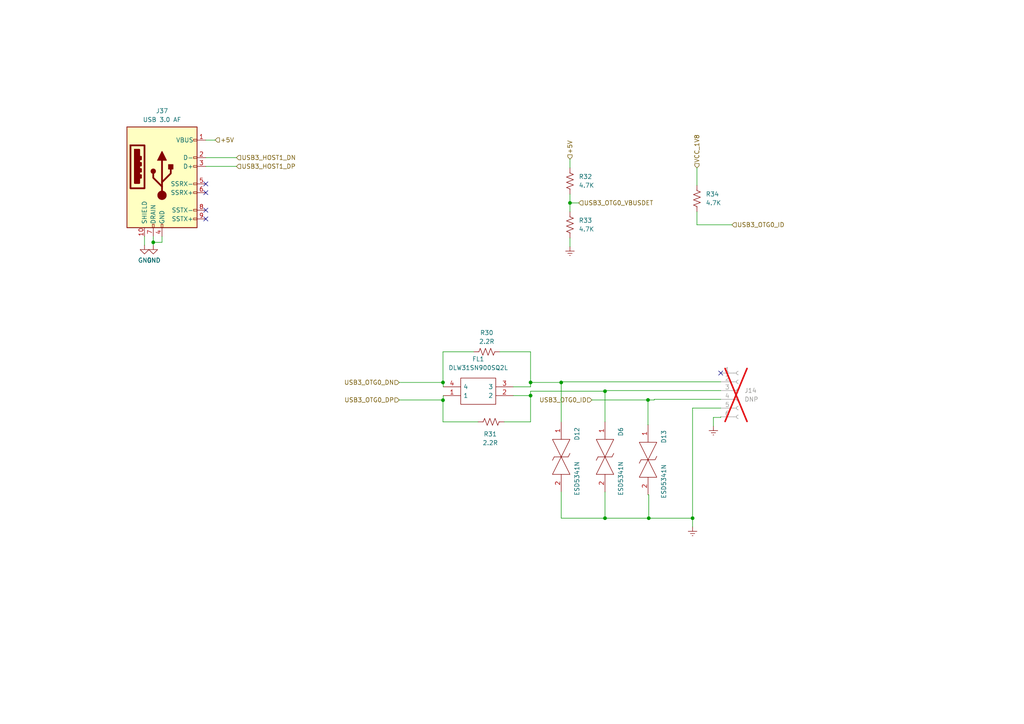
<source format=kicad_sch>
(kicad_sch (version 20231120) (generator "eeschema") (generator_version "8.0")
  (paper "A4")
  (lib_symbols
    (symbol "Connector:Conn_01x06_Socket" (pin_names (offset 1.016) hide)
      (property "Reference" "J" (at 0 7.62 0))
      (property "Value" "Conn_01x06_Socket" (at 0 -10.16 0))
      (symbol "Conn_01x06_Socket_1_1"
        (arc (start 0 -7.112) (mid -0.5058 -7.62) (end 0 -8.128) (stroke (width 0.1524)))
        (arc (start 0 -4.572) (mid -0.5058 -5.08) (end 0 -5.588) (stroke (width 0.1524)))
        (arc (start 0 -2.032) (mid -0.5058 -2.54) (end 0 -3.048) (stroke (width 0.1524)))
        (polyline (pts (xy -1.27 -7.62) (xy -0.508 -7.62)) (stroke (width 0.1524)))
        (polyline (pts (xy -1.27 -5.08) (xy -0.508 -5.08)) (stroke (width 0.1524)))
        (polyline (pts (xy -1.27 -2.54) (xy -0.508 -2.54)) (stroke (width 0.1524)))
        (polyline (pts (xy -1.27 0) (xy -0.508 0)) (stroke (width 0.1524)))
        (polyline (pts (xy -1.27 2.54) (xy -0.508 2.54)) (stroke (width 0.1524)))
        (polyline (pts (xy -1.27 5.08) (xy -0.508 5.08)) (stroke (width 0.1524)))
        (arc (start 0 0.508) (mid -0.5058 0) (end 0 -0.508) (stroke (width 0.1524)))
        (arc (start 0 3.048) (mid -0.5058 2.54) (end 0 2.032) (stroke (width 0.1524)))
        (arc (start 0 5.588) (mid -0.5058 5.08) (end 0 4.572) (stroke (width 0.1524)))
        (pin passive line (at -5.08 5.08 0) (length 3.81) (name "Pin_1") (number "1"))
        (pin passive line (at -5.08 2.54 0) (length 3.81) (name "Pin_2") (number "2"))
        (pin passive line (at -5.08 0 0) (length 3.81) (name "Pin_3") (number "3"))
        (pin passive line (at -5.08 -2.54 0) (length 3.81) (name "Pin_4") (number "4"))
        (pin passive line (at -5.08 -5.08 0) (length 3.81) (name "Pin_5") (number "5"))
        (pin passive line (at -5.08 -7.62 0) (length 3.81) (name "Pin_6") (number "6"))
      )
    )
    (symbol "Connector:USB3_A" (pin_names (offset 1.016))
      (property "Reference" "J" (at -10.16 15.24 0))
      (property "Value" "USB3_A" (at 10.16 15.24 0))
      (symbol "USB3_A_0_0"
        (rectangle (start -9.144 8.636) (end -5.08 -3.81) (stroke (width 0.508)))
        (rectangle (start -7.874 7.366) (end -6.604 -2.286) (stroke (width 0.508)) (fill (type outline)))
        (rectangle (start -6.35 0) (end -6.096 -0.762) (stroke (width 0.508)))
        (rectangle (start -6.35 1.778) (end -6.096 1.016) (stroke (width 0.508)))
        (rectangle (start -6.35 3.556) (end -6.096 2.794) (stroke (width 0.508)))
        (rectangle (start -6.35 5.334) (end -6.096 4.572) (stroke (width 0.508)))
        (rectangle (start -2.794 -15.24) (end -2.286 -14.224))
        (rectangle (start -0.254 -15.24) (end 0.254 -14.224))
        (rectangle (start 10.16 -12.446) (end 9.144 -12.954))
        (rectangle (start 10.16 -9.906) (end 9.144 -10.414))
        (rectangle (start 10.16 -4.826) (end 9.144 -5.334))
        (rectangle (start 10.16 -2.286) (end 9.144 -2.794))
        (rectangle (start 10.16 2.794) (end 9.144 2.286))
        (rectangle (start 10.16 5.334) (end 9.144 4.826))
        (rectangle (start 10.16 10.414) (end 9.144 9.906))
      )
      (symbol "USB3_A_0_1"
        (rectangle (start -10.16 13.97) (end 10.16 -15.24) (stroke (width 0.254)) (fill (type background)))
      )
      (symbol "USB3_A_1_1"
        (circle (center -2.54 1.143) (radius 0.635) (stroke (width 0.254)) (fill (type outline)))
        (circle (center 0 -5.842) (radius 1.27) (fill (type outline)))
        (polyline (pts (xy 0 -5.842) (xy 0 4.318)) (stroke (width 0.508)))
        (polyline (pts (xy 0 -3.302) (xy -2.54 -0.762) (xy -2.54 0.508)) (stroke (width 0.508)))
        (polyline (pts (xy 0 -2.032) (xy 2.54 0.508) (xy 2.54 1.778)) (stroke (width 0.508)))
        (polyline (pts (xy -1.27 4.318) (xy 0 6.858) (xy 1.27 4.318) (xy -1.27 4.318)) (stroke (width 0.254)) (fill (type outline)))
        (rectangle (start 1.905 1.778) (end 3.175 3.048) (stroke (width 0.254)) (fill (type outline)))
        (pin power_in line (at 12.7 10.16 180) (length 2.54) (name "VBUS") (number "1"))
        (pin passive line (at -5.08 -17.78 90) (length 2.54) (name "SHIELD") (number "10"))
        (pin bidirectional line (at 12.7 5.08 180) (length 2.54) (name "D-") (number "2"))
        (pin bidirectional line (at 12.7 2.54 180) (length 2.54) (name "D+") (number "3"))
        (pin power_in line (at 0 -17.78 90) (length 2.54) (name "GND") (number "4"))
        (pin output line (at 12.7 -2.54 180) (length 2.54) (name "SSRX-") (number "5"))
        (pin output line (at 12.7 -5.08 180) (length 2.54) (name "SSRX+") (number "6"))
        (pin passive line (at -2.54 -17.78 90) (length 2.54) (name "DRAIN") (number "7"))
        (pin input line (at 12.7 -10.16 180) (length 2.54) (name "SSTX-") (number "8"))
        (pin input line (at 12.7 -12.7 180) (length 2.54) (name "SSTX+") (number "9"))
      )
    )
    (symbol "DLW31SN900SQ2L:DLW31SN900SQ2L" (pin_names (offset 0.762))
      (property "Reference" "FL" (at 16.51 7.62 0))
      (property "Value" "DLW31SN900SQ2L" (at 16.51 5.08 0))
      (symbol "DLW31SN900SQ2L_0_0"
        (pin passive line (at 0 -2.54 0) (length 5.08) (name "1") (number "1"))
        (pin passive line (at 20.32 -2.54 180) (length 5.08) (name "2") (number "2"))
        (pin passive line (at 20.32 0 180) (length 5.08) (name "3") (number "3"))
        (pin passive line (at 0 0 0) (length 5.08) (name "4") (number "4"))
      )
      (symbol "DLW31SN900SQ2L_0_1"
        (polyline (pts (xy 5.08 2.54) (xy 15.24 2.54) (xy 15.24 -5.08) (xy 5.08 -5.08) (xy 5.08 2.54)) (stroke (width 0.1524)))
      )
    )
    (symbol "Device:R_US" (pin_numbers hide) (pin_names (offset 0))
      (property "Reference" "R" (at 2.54 0 90))
      (property "Value" "R_US" (at -2.54 0 90))
      (symbol "R_US_0_1"
        (polyline (pts (xy 0 -2.286) (xy 0 -2.54)))
        (polyline (pts (xy 0 2.286) (xy 0 2.54)))
        (polyline (pts (xy 0 -0.762) (xy 1.016 -1.143) (xy 0 -1.524) (xy -1.016 -1.905) (xy 0 -2.286)))
        (polyline (pts (xy 0 0.762) (xy 1.016 0.381) (xy 0 0) (xy -1.016 -0.381) (xy 0 -0.762)))
        (polyline (pts (xy 0 2.286) (xy 1.016 1.905) (xy 0 1.524) (xy -1.016 1.143) (xy 0 0.762)))
      )
      (symbol "R_US_1_1"
        (pin passive line (at 0 3.81 270) (length 1.27) (name "~") (number "1"))
        (pin passive line (at 0 -3.81 90) (length 1.27) (name "~") (number "2"))
      )
    )
    (symbol "SP0402B-ULC-01ETG:SP0402B-ULC-01ETG" (pin_names (offset 0.762))
      (property "Reference" "D" (at 12.7 8.89 0))
      (property "Value" "SP0402B-ULC-01ETG" (at 12.7 6.35 0))
      (symbol "SP0402B-ULC-01ETG_0_0"
        (pin passive line (at 0 0 0) (length 5.08) (name "~") (number "1"))
        (pin passive line (at 20.32 0 180) (length 5.08) (name "~") (number "2"))
      )
      (symbol "SP0402B-ULC-01ETG_0_1"
        (polyline (pts (xy 9.144 2.54) (xy 10.16 2.032)) (stroke (width 0.1524)))
        (polyline (pts (xy 10.16 -2.032) (xy 10.16 2.032)) (stroke (width 0.1524)))
        (polyline (pts (xy 10.16 -2.032) (xy 11.176 -2.54)) (stroke (width 0.1524)))
        (polyline (pts (xy 10.16 0) (xy 5.08 -2.54) (xy 5.08 2.54) (xy 10.16 0)) (stroke (width 0.1524)))
        (polyline (pts (xy 10.16 0) (xy 15.24 -2.54) (xy 15.24 2.54) (xy 10.16 0)) (stroke (width 0.1524)))
      )
    )
    (symbol "power:Earth" (power) (pin_names (offset 0))
      (symbol "Earth_0_1"
        (polyline (pts (xy -0.635 -1.905) (xy 0.635 -1.905)))
        (polyline (pts (xy -0.127 -2.54) (xy 0.127 -2.54)))
        (polyline (pts (xy 0 -1.27) (xy 0 0)))
        (polyline (pts (xy 1.27 -1.27) (xy -1.27 -1.27)))
      )
      (symbol "Earth_1_1"
        (pin power_in line (at 0 0 270) (length 0) hide (name "Earth") (number "1"))
      )
    )
    (symbol "power:GND" (power) (pin_names (offset 0))
      (property "Value" "GND" (at 0 -3.81 0))
      (symbol "GND_0_1"
        (polyline (pts (xy 0 0) (xy 0 -1.27) (xy 1.27 -1.27) (xy 0 -2.54) (xy -1.27 -1.27) (xy 0 -1.27)))
      )
      (symbol "GND_1_1"
        (pin power_in line (at 0 0 270) (length 0) hide (name "GND") (number "1"))
      )
    )
  )
  (junction (at 165.3132 58.8557))
  (junction (at 162.7732 110.9257))
  (junction (at 188.1675 150.2957))
  (junction (at 128.4832 110.9257))
  (junction (at 153.8832 114.7367))
  (junction (at 175.4732 150.2957))
  (junction (at 128.4832 116.0685))
  (junction (at 200.8732 150.2957))
  (junction (at 187.9431 116.0057))
  (junction (at 153.8832 110.9257))
  (junction (at 175.4732 113.4657))
  (junction (at 44.45 70.2855))
  (no_connect (at 59.69 53.34))
  (no_connect (at 209.042 108.204))
  (no_connect (at 59.69 63.5))
  (no_connect (at 59.69 60.96))
  (no_connect (at 59.69 55.88))
  (wire (pts (xy 62.406 40.64) (xy 59.69 40.64)))
  (wire (pts (xy 44.45 71.12) (xy 44.45 70.2855)))
  (wire (pts (xy 189.7619 115.824) (xy 209.042 115.824)))
  (wire (pts (xy 68.58 48.26) (xy 59.69 48.26)))
  (wire (pts (xy 202.1432 65.2057) (xy 212.3032 65.2057)))
  (wire (pts (xy 175.4732 150.2957) (xy 188.1675 150.2957)))
  (wire (pts (xy 62.406 40.5978) (xy 62.406 40.64)))
  (wire (pts (xy 153.8832 122.3557) (xy 146.2632 122.3557)))
  (wire (pts (xy 128.5532 112.1967) (xy 128.5532 110.9257)))
  (wire (pts (xy 128.5532 110.9257) (xy 128.4832 110.9257)))
  (wire (pts (xy 187.9431 123.19) (xy 187.96 123.19)))
  (wire (pts (xy 128.5532 116.0685) (xy 128.4832 116.0685)))
  (wire (pts (xy 165.3132 56.3157) (xy 165.3132 58.8557)))
  (wire (pts (xy 68.58 45.72) (xy 59.69 45.72)))
  (wire (pts (xy 128.5532 114.7367) (xy 128.5532 116.0685)))
  (wire (pts (xy 202.1432 48.6957) (xy 202.1432 53.7757)))
  (wire (pts (xy 46.99 68.58) (xy 46.99 70.2855)))
  (wire (pts (xy 162.7732 150.2957) (xy 175.4732 150.2957)))
  (wire (pts (xy 115.7832 116.0057) (xy 128.4832 116.0057)))
  (wire (pts (xy 188.1675 150.2957) (xy 188.1675 143.51)))
  (wire (pts (xy 162.7732 110.744) (xy 162.7732 110.9257)))
  (wire (pts (xy 162.7732 150.2957) (xy 162.7732 142.6757)))
  (wire (pts (xy 206.9135 121.0783) (xy 206.9135 123.6183)))
  (wire (pts (xy 162.7732 110.744) (xy 209.042 110.744)))
  (wire (pts (xy 175.4732 113.4657) (xy 175.4732 122.3557)))
  (wire (pts (xy 175.4732 113.4657) (xy 153.8832 113.4657)))
  (wire (pts (xy 153.8832 114.7367) (xy 153.8832 122.3557)))
  (wire (pts (xy 138.6432 122.3557) (xy 128.4832 122.3557)))
  (wire (pts (xy 128.4832 122.3557) (xy 128.4832 116.0685)))
  (wire (pts (xy 202.1432 61.3957) (xy 202.1432 65.2057)))
  (wire (pts (xy 137.3732 102.0357) (xy 128.4832 102.0357)))
  (wire (pts (xy 209.042 113.284) (xy 175.4732 113.284)))
  (wire (pts (xy 128.4832 102.0357) (xy 128.4832 110.9257)))
  (wire (pts (xy 162.7732 110.9257) (xy 162.7732 122.3557)))
  (wire (pts (xy 165.3132 69.0157) (xy 165.3132 71.5557)))
  (wire (pts (xy 128.4832 116.0685) (xy 128.4832 116.0057)))
  (wire (pts (xy 188.1675 143.51) (xy 187.96 143.51)))
  (wire (pts (xy 148.8732 112.1967) (xy 153.8832 112.1967)))
  (wire (pts (xy 209.042 121.0783) (xy 209.042 120.904)))
  (wire (pts (xy 46.99 70.2855) (xy 44.45 70.2855)))
  (wire (pts (xy 200.8732 150.2957) (xy 200.8732 152.8357)))
  (wire (pts (xy 187.9431 116.0057) (xy 187.9431 123.19)))
  (wire (pts (xy 189.7619 116.0057) (xy 187.9431 116.0057)))
  (wire (pts (xy 175.4732 113.284) (xy 175.4732 113.4657)))
  (wire (pts (xy 144.9932 102.0357) (xy 153.8832 102.0357)))
  (wire (pts (xy 188.1675 150.2957) (xy 200.8732 150.2957)))
  (wire (pts (xy 165.3132 58.8557) (xy 165.3132 61.3957)))
  (wire (pts (xy 200.8732 118.364) (xy 200.8732 150.2957)))
  (wire (pts (xy 175.4732 150.2957) (xy 175.4732 142.6757)))
  (wire (pts (xy 167.8532 58.8557) (xy 165.3132 58.8557)))
  (wire (pts (xy 171.6632 116.0057) (xy 187.9431 116.0057)))
  (wire (pts (xy 148.8732 114.7367) (xy 153.8832 114.7367)))
  (wire (pts (xy 206.9135 121.0783) (xy 209.042 121.0783)))
  (wire (pts (xy 153.8832 112.1967) (xy 153.8832 110.9257)))
  (wire (pts (xy 153.8832 102.0357) (xy 153.8832 110.9257)))
  (wire (pts (xy 153.8832 113.4657) (xy 153.8832 114.7367)))
  (wire (pts (xy 44.45 70.2855) (xy 44.45 68.58)))
  (wire (pts (xy 153.8832 110.9257) (xy 162.7732 110.9257)))
  (wire (pts (xy 189.7619 115.824) (xy 189.7619 116.0057)))
  (wire (pts (xy 209.042 118.364) (xy 200.8732 118.364)))
  (wire (pts (xy 115.7832 110.9257) (xy 128.4832 110.9257)))
  (wire (pts (xy 41.91 71.12) (xy 41.91 68.58)))
  (wire (pts (xy 165.3132 46.1557) (xy 165.3132 48.6957)))
  (hierarchical_label "VCC_1V8" (shape input) (at 202.1432 48.6957 90))
  (hierarchical_label "USB3_OTG0_ID" (shape input) (at 212.3032 65.2057 0))
  (hierarchical_label "USB3_HOST1_DP" (shape input) (at 68.58 48.26 0))
  (hierarchical_label "USB3_HOST1_DN" (shape input) (at 68.58 45.72 0))
  (hierarchical_label "+5V" (shape input) (at 165.3132 46.1557 90))
  (hierarchical_label "USB3_OTG0_ID" (shape input) (at 171.6632 116.0057 180))
  (hierarchical_label "USB3_OTG0_DP" (shape input) (at 115.7832 116.0057 180))
  (hierarchical_label "USB3_OTG0_VBUSDET" (shape input) (at 167.8532 58.8557 0))
  (hierarchical_label "+5V" (shape input) (at 62.406 40.5978 0))
  (hierarchical_label "USB3_OTG0_DN" (shape input) (at 115.7832 110.9257 180))
  (symbol (lib_id "SP0402B-ULC-01ETG:SP0402B-ULC-01ETG") (at 175.4732 122.3557 270) (unit 1)
    (property "Reference" "D6" (at 180.0452 123.8797 0) (effects (justify left)))
    (property "Value" "ESD5341N" (at 180.0452 133.7857 0) (effects (justify left)))
    (property "Footprint" "ESD5341N:ESD5341N" (effects (hide yes)))
    (property "Datasheet" "https://www.mouser.com/datasheet/2/240/Littelfuse_TVS_Diode_Array_Ultra_Low_Capacitance_D-1021420.pdf" (effects (hide yes)))
    (property "Description" "ESD Suppressors / TVS Diodes 5V .13pF 20kV" (effects (hide yes)))
    (property "Manufacturer_Name" "LITTELFUSE" (effects (hide yes)))
    (property "Manufacturer_Part_Number" "SP0402B-ULC-01ETG" (effects (hide yes)))
    (property "Mouser Part Number" "576-SP0402BULC-01ETG" (effects (hide yes)))
    (property "Mouser Price/Stock" "https://www.mouser.co.uk/ProductDetail/Littelfuse/SP0402B-ULC-01ETG?qs=lM4gFlnEeENx4cnTNlk34g%3D%3D" (effects (hide yes)))
    (property "Arrow Part Number" "SP0402B-ULC-01ETG" (effects (hide yes)))
    (property "Arrow Price/Stock" "https://www.arrow.com/en/products/sp0402b-ulc-01etg/littelfuse?region=nac" (effects (hide yes)))
    (property "MPN" "ESD5341N" (effects (hide yes)))
  )
  (symbol (lib_id "power:Earth") (at 200.8732 152.8357 0) (unit 1)
    (property "Reference" "#PWR073" (effects (hide yes)))
    (property "Value" "Earth" (effects (hide yes)))
    (property "Description" "Power symbol creates a global label with name \"Earth\"" (effects (hide yes)))
  )
  (symbol (lib_id "Connector:Conn_01x06_Socket") (at 214.122 113.284 0) (unit 1) (dnp yes)
    (property "Reference" "J14" (at 215.9 113.2839 0) (effects (justify left)))
    (property "Value" "DNP" (at 215.9 115.8239 0) (effects (justify left)))
    (property "Footprint" "Connector_PinSocket_2.00mm:PinSocket_1x06_P2.00mm_Vertical" (effects (hide yes)))
    (property "Description" "Generic connector, single row, 01x06, script generated" (effects (hide yes)))
  )
  (symbol (lib_id "SP0402B-ULC-01ETG:SP0402B-ULC-01ETG") (at 187.96 123.19 270) (unit 1)
    (property "Reference" "D13" (at 192.532 124.714 0) (effects (justify left)))
    (property "Value" "ESD5341N" (at 192.532 134.62 0) (effects (justify left)))
    (property "Footprint" "ESD5341N:ESD5341N" (effects (hide yes)))
    (property "Datasheet" "https://www.mouser.com/datasheet/2/240/Littelfuse_TVS_Diode_Array_Ultra_Low_Capacitance_D-1021420.pdf" (effects (hide yes)))
    (property "Description" "ESD Suppressors / TVS Diodes 5V .13pF 20kV" (effects (hide yes)))
    (property "Manufacturer_Name" "LITTELFUSE" (effects (hide yes)))
    (property "Manufacturer_Part_Number" "SP0402B-ULC-01ETG" (effects (hide yes)))
    (property "Mouser Part Number" "576-SP0402BULC-01ETG" (effects (hide yes)))
    (property "Mouser Price/Stock" "https://www.mouser.co.uk/ProductDetail/Littelfuse/SP0402B-ULC-01ETG?qs=lM4gFlnEeENx4cnTNlk34g%3D%3D" (effects (hide yes)))
    (property "Arrow Part Number" "SP0402B-ULC-01ETG" (effects (hide yes)))
    (property "Arrow Price/Stock" "https://www.arrow.com/en/products/sp0402b-ulc-01etg/littelfuse?region=nac" (effects (hide yes)))
    (property "MPN" "ESD5341N" (effects (hide yes)))
  )
  (symbol (lib_id "power:GND") (at 41.91 71.12 0) (unit 1)
    (property "Reference" "#PWR0144" (effects (hide yes)))
    (property "Value" "GND" (at 42.037 75.5142 0))
  )
  (symbol (lib_id "power:GND") (at 44.45 71.12 0) (unit 1)
    (property "Reference" "#PWR0223" (effects (hide yes)))
    (property "Value" "GND" (at 44.577 75.5142 0))
  )
  (symbol (lib_id "Device:R_US") (at 142.4532 122.3557 90) (unit 1)
    (property "Reference" "R31" (at 142.1992 125.9117 90))
    (property "Value" "2.2R" (at 142.1992 128.4517 90))
    (property "Footprint" "Resistor_SMD:R_0402_1005Metric" (effects (hide yes)))
    (property "Description" "Resistor, US symbol" (effects (hide yes)))
  )
  (symbol (lib_id "Device:R_US") (at 202.1432 57.5857 0) (unit 1)
    (property "Reference" "R34" (at 204.6832 56.3156 0) (effects (justify left)))
    (property "Value" "4.7K" (at 204.6832 58.8556 0) (effects (justify left)))
    (property "Footprint" "Resistor_SMD:R_0603_1608Metric" (effects (hide yes)))
    (property "Description" "Resistor, US symbol" (effects (hide yes)))
  )
  (symbol (lib_id "Device:R_US") (at 165.3132 65.2057 0) (unit 1)
    (property "Reference" "R33" (at 167.8532 63.9356 0) (effects (justify left)))
    (property "Value" "4.7K" (at 167.8532 66.4756 0) (effects (justify left)))
    (property "Footprint" "Resistor_SMD:R_0603_1608Metric" (effects (hide yes)))
    (property "Description" "Resistor, US symbol" (effects (hide yes)))
  )
  (symbol (lib_id "Connector:USB3_A") (at 46.99 50.8 0) (unit 1)
    (property "Reference" "J37" (at 46.99 32.1733 0))
    (property "Value" "USB 3.0 AF" (at 46.99 34.7133 0))
    (property "Footprint" "footprint:CP-USB-3015" (effects (hide yes)))
    (property "Description" "USB 3.0 A connector" (effects (hide yes)))
  )
  (symbol (lib_id "DLW31SN900SQ2L:DLW31SN900SQ2L") (at 128.5532 112.1967 0) (unit 1)
    (property "Reference" "FL1" (at 138.7132 104.14 0))
    (property "Value" "DLW31SN900SQ2L" (at 138.7132 106.68 0))
    (property "Footprint" "DLW31SN900SQ2L:DLW31SH222SQ2L" (effects (hide yes)))
    (property "Datasheet" "https://www.murata.com/en-us/products/productdetail?partno=DLW31SN900SQ2%23" (effects (hide yes)))
    (property "Description" "Common mode choke SMD 1206 370mA 90R Murata DLW31S Series Wire-wound SMD Inductor +/-25% Wire-Wound 370mA Idc" (effects (hide yes)))
    (property "Height" "2.1" (effects (hide yes)))
    (property "Manufacturer_Name" "Murata Electronics" (effects (hide yes)))
    (property "Manufacturer_Part_Number" "DLW31SN900SQ2L" (effects (hide yes)))
    (property "Mouser Part Number" "81-DLW31SN900SQ2L" (effects (hide yes)))
    (property "Mouser Price/Stock" "https://www.mouser.co.uk/ProductDetail/Murata-Electronics/DLW31SN900SQ2L?qs=MvDi5e8ZjmVQKH%2F%2FPPGwmg%3D%3D" (effects (hide yes)))
    (property "Arrow Part Number" "DLW31SN900SQ2L" (effects (hide yes)))
    (property "Arrow Price/Stock" "https://www.arrow.com/en/products/dlw31sn900sq2l/murata-manufacturing?region=nac" (effects (hide yes)))
    (property "MPN" "DLW31SN900SQ2L" (effects (hide yes)))
  )
  (symbol (lib_id "power:Earth") (at 206.9135 123.6183 0) (unit 1)
    (property "Reference" "#PWR075" (effects (hide yes)))
    (property "Value" "Earth" (effects (hide yes)))
    (property "Description" "Power symbol creates a global label with name \"Earth\"" (effects (hide yes)))
  )
  (symbol (lib_id "SP0402B-ULC-01ETG:SP0402B-ULC-01ETG") (at 162.7732 122.3557 270) (unit 1)
    (property "Reference" "D12" (at 167.3452 123.8797 0) (effects (justify left)))
    (property "Value" "ESD5341N" (at 167.3452 133.7857 0) (effects (justify left)))
    (property "Footprint" "ESD5341N:ESD5341N" (effects (hide yes)))
    (property "Datasheet" "https://www.mouser.com/datasheet/2/240/Littelfuse_TVS_Diode_Array_Ultra_Low_Capacitance_D-1021420.pdf" (effects (hide yes)))
    (property "Description" "ESD Suppressors / TVS Diodes 5V .13pF 20kV" (effects (hide yes)))
    (property "Manufacturer_Name" "LITTELFUSE" (effects (hide yes)))
    (property "Manufacturer_Part_Number" "SP0402B-ULC-01ETG" (effects (hide yes)))
    (property "Mouser Part Number" "576-SP0402BULC-01ETG" (effects (hide yes)))
    (property "Mouser Price/Stock" "https://www.mouser.co.uk/ProductDetail/Littelfuse/SP0402B-ULC-01ETG?qs=lM4gFlnEeENx4cnTNlk34g%3D%3D" (effects (hide yes)))
    (property "Arrow Part Number" "SP0402B-ULC-01ETG" (effects (hide yes)))
    (property "Arrow Price/Stock" "https://www.arrow.com/en/products/sp0402b-ulc-01etg/littelfuse?region=nac" (effects (hide yes)))
    (property "MPN" "ESD5341N" (effects (hide yes)))
  )
  (symbol (lib_id "power:Earth") (at 165.3132 71.5557 0) (unit 1)
    (property "Reference" "#PWR072" (effects (hide yes)))
    (property "Value" "Earth" (effects (hide yes)))
    (property "Description" "Power symbol creates a global label with name \"Earth\"" (effects (hide yes)))
  )
  (symbol (lib_id "Device:R_US") (at 165.3132 52.5057 0) (unit 1)
    (property "Reference" "R32" (at 167.8532 51.2356 0) (effects (justify left)))
    (property "Value" "4.7K" (at 167.8532 53.7756 0) (effects (justify left)))
    (property "Footprint" "Resistor_SMD:R_0603_1608Metric" (effects (hide yes)))
    (property "Description" "Resistor, US symbol" (effects (hide yes)))
  )
  (symbol (lib_id "Device:R_US") (at 141.1832 102.0357 90) (unit 1)
    (property "Reference" "R30" (at 141.1832 96.52 90))
    (property "Value" "2.2R" (at 141.1832 99.06 90))
    (property "Footprint" "Resistor_SMD:R_0402_1005Metric" (effects (hide yes)))
    (property "Description" "Resistor, US symbol" (effects (hide yes)))
  )
)
</source>
